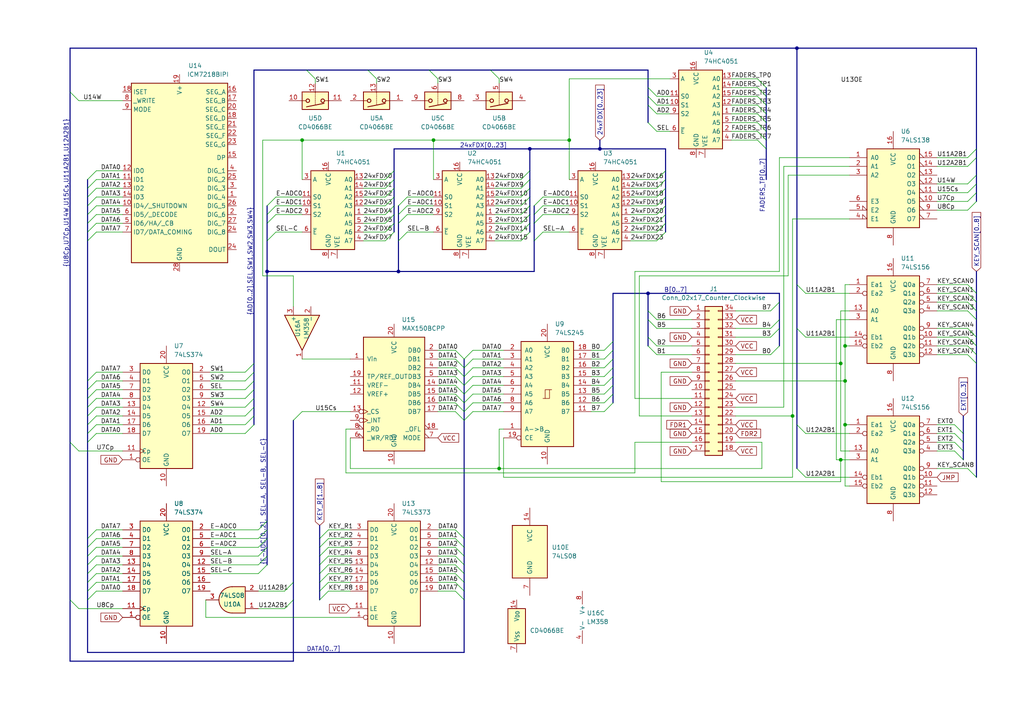
<source format=kicad_sch>
(kicad_sch (version 20230121) (generator eeschema)
  (paper "A4")
  (title_block (title "ETCExpress Control Surface"))
  (junction (at 245.11 123.19))
  (junction (at 125.73 40.64))
  (junction (at 187.96 85.09))
  (junction (at 115.57 78.74))
  (junction (at 87.63 40.64))
  (junction (at 245.11 100.33))
  (junction (at 77.47 78.74))
  (junction (at 243.84 105.41))
  (junction (at 243.84 133.35))
  (junction (at 245.11 110.49))
  (junction (at 173.99 43.18))
  (junction (at 165.1 40.64))
  (junction (at 153.67 43.18))
  (junction (at 231.14 13.97))
  (junction (at 144.78 135.89))
  (junction (at 229.87 120.65))
  (bus_entry (at 77.47 153.67) (size -2.54 2.54))
  (bus_entry (at 85.09 168.91) (size -2.54 2.54))
  (bus_entry (at 283.21 102.87) (size -2.54 -2.54))
  (bus_entry (at 25.4 128.27) (size 2.54 -2.54))
  (bus_entry (at 77.47 163.83) (size -2.54 2.54))
  (bus_entry (at 193.04 54.61) (size -2.54 2.54))
  (bus_entry (at 25.4 161.29) (size 2.54 -2.54))
  (bus_entry (at 231.14 95.25) (size 2.54 2.54))
  (bus_entry (at 177.8 114.3) (size -2.54 2.54))
  (bus_entry (at 25.4 123.19) (size 2.54 -2.54))
  (bus_entry (at 77.47 64.77) (size 2.54 -2.54))
  (bus_entry (at 73.66 120.65) (size -2.54 2.54))
  (bus_entry (at 25.4 171.45) (size 2.54 -2.54))
  (bus_entry (at 187.96 25.4) (size 2.54 2.54))
  (bus_entry (at 134.62 163.83) (size -2.54 -2.54))
  (bus_entry (at 25.4 54.61) (size 2.54 -2.54))
  (bus_entry (at 134.62 104.14) (size 2.54 -2.54))
  (bus_entry (at 114.3 52.07) (size -2.54 2.54))
  (bus_entry (at 25.4 62.23) (size 2.54 -2.54))
  (bus_entry (at 92.71 156.21) (size 2.54 -2.54))
  (bus_entry (at 187.96 97.79) (size 2.54 2.54))
  (bus_entry (at 134.62 109.22) (size -2.54 -2.54))
  (bus_entry (at 142.24 20.32) (size 2.54 2.54))
  (bus_entry (at 222.25 33.02) (size -2.54 -2.54))
  (bus_entry (at 193.04 57.15) (size -2.54 2.54))
  (bus_entry (at 20.32 128.27) (size 2.54 2.54))
  (bus_entry (at 222.25 43.18) (size -2.54 -2.54))
  (bus_entry (at 134.62 161.29) (size -2.54 -2.54))
  (bus_entry (at 114.3 62.23) (size -2.54 2.54))
  (bus_entry (at 283.21 97.79) (size -2.54 -2.54))
  (bus_entry (at 92.71 171.45) (size 2.54 -2.54))
  (bus_entry (at 134.62 114.3) (size -2.54 -2.54))
  (bus_entry (at 115.57 59.69) (size 2.54 -2.54))
  (bus_entry (at 187.96 27.94) (size 2.54 2.54))
  (bus_entry (at 153.67 62.23) (size -2.54 2.54))
  (bus_entry (at 92.71 168.91) (size 2.54 -2.54))
  (bus_entry (at 222.25 30.48) (size -2.54 -2.54))
  (bus_entry (at 25.4 110.49) (size 2.54 -2.54))
  (bus_entry (at 88.9 20.32) (size 2.54 2.54))
  (bus_entry (at 114.3 67.31) (size -2.54 2.54))
  (bus_entry (at 115.57 69.85) (size 2.54 -2.54))
  (bus_entry (at 134.62 158.75) (size -2.54 -2.54))
  (bus_entry (at 25.4 113.03) (size 2.54 -2.54))
  (bus_entry (at 25.4 59.69) (size 2.54 -2.54))
  (bus_entry (at 153.67 59.69) (size -2.54 2.54))
  (bus_entry (at 73.66 123.19) (size -2.54 2.54))
  (bus_entry (at 153.67 52.07) (size -2.54 2.54))
  (bus_entry (at 226.06 100.33) (size -2.54 2.54))
  (bus_entry (at 283.21 53.34) (size -2.54 2.54))
  (bus_entry (at 283.21 100.33) (size -2.54 -2.54))
  (bus_entry (at 25.4 156.21) (size 2.54 -2.54))
  (bus_entry (at 77.47 158.75) (size -2.54 2.54))
  (bus_entry (at 73.66 105.41) (size -2.54 2.54))
  (bus_entry (at 20.32 173.99) (size 2.54 2.54))
  (bus_entry (at 222.25 25.4) (size -2.54 -2.54))
  (bus_entry (at 193.04 67.31) (size -2.54 2.54))
  (bus_entry (at 114.3 64.77) (size -2.54 2.54))
  (bus_entry (at 77.47 59.69) (size 2.54 -2.54))
  (bus_entry (at 193.04 49.53) (size -2.54 2.54))
  (bus_entry (at 283.21 105.41) (size -2.54 -2.54))
  (bus_entry (at 134.62 168.91) (size -2.54 -2.54))
  (bus_entry (at 283.21 50.8) (size -2.54 2.54))
  (bus_entry (at 283.21 55.88) (size -2.54 2.54))
  (bus_entry (at 279.4 133.35) (size -2.54 -2.54))
  (bus_entry (at 153.67 49.53) (size -2.54 2.54))
  (bus_entry (at 114.3 49.53) (size -2.54 2.54))
  (bus_entry (at 226.06 92.71) (size -2.54 2.54))
  (bus_entry (at 231.14 82.55) (size 2.54 2.54))
  (bus_entry (at 177.8 111.76) (size -2.54 2.54))
  (bus_entry (at 283.21 138.43) (size -2.54 -2.54))
  (bus_entry (at 134.62 119.38) (size -2.54 -2.54))
  (bus_entry (at 134.62 173.99) (size -2.54 -2.54))
  (bus_entry (at 153.67 64.77) (size -2.54 2.54))
  (bus_entry (at 231.14 123.19) (size 2.54 2.54))
  (bus_entry (at 134.62 106.68) (size -2.54 -2.54))
  (bus_entry (at 25.4 168.91) (size 2.54 -2.54))
  (bus_entry (at 193.04 64.77) (size -2.54 2.54))
  (bus_entry (at 177.8 104.14) (size -2.54 2.54))
  (bus_entry (at 226.06 87.63) (size -2.54 2.54))
  (bus_entry (at 73.66 107.95) (size -2.54 2.54))
  (bus_entry (at 134.62 156.21) (size -2.54 -2.54))
  (bus_entry (at 134.62 104.14) (size -2.54 -2.54))
  (bus_entry (at 77.47 156.21) (size -2.54 2.54))
  (bus_entry (at 73.66 118.11) (size -2.54 2.54))
  (bus_entry (at 134.62 109.22) (size 2.54 -2.54))
  (bus_entry (at 283.21 92.71) (size -2.54 -2.54))
  (bus_entry (at 154.94 64.77) (size 2.54 -2.54))
  (bus_entry (at 154.94 59.69) (size 2.54 -2.54))
  (bus_entry (at 92.71 163.83) (size 2.54 -2.54))
  (bus_entry (at 92.71 161.29) (size 2.54 -2.54))
  (bus_entry (at 279.4 130.81) (size -2.54 -2.54))
  (bus_entry (at 187.96 35.56) (size 2.54 2.54))
  (bus_entry (at 106.68 20.32) (size 2.54 2.54))
  (bus_entry (at 193.04 62.23) (size -2.54 2.54))
  (bus_entry (at 154.94 62.23) (size 2.54 -2.54))
  (bus_entry (at 177.8 116.84) (size -2.54 2.54))
  (bus_entry (at 77.47 69.85) (size 2.54 -2.54))
  (bus_entry (at 115.57 62.23) (size 2.54 -2.54))
  (bus_entry (at 25.4 69.85) (size 2.54 -2.54))
  (bus_entry (at 25.4 120.65) (size 2.54 -2.54))
  (bus_entry (at 226.06 95.25) (size -2.54 2.54))
  (bus_entry (at 25.4 166.37) (size 2.54 -2.54))
  (bus_entry (at 153.67 54.61) (size -2.54 2.54))
  (bus_entry (at 124.46 20.32) (size 2.54 2.54))
  (bus_entry (at 222.25 40.64) (size -2.54 -2.54))
  (bus_entry (at 187.96 100.33) (size 2.54 2.54))
  (bus_entry (at 77.47 161.29) (size -2.54 2.54))
  (bus_entry (at 134.62 106.68) (size 2.54 -2.54))
  (bus_entry (at 283.21 45.72) (size -2.54 2.54))
  (bus_entry (at 187.96 30.48) (size 2.54 2.54))
  (bus_entry (at 134.62 166.37) (size -2.54 -2.54))
  (bus_entry (at 279.4 125.73) (size -2.54 -2.54))
  (bus_entry (at 134.62 119.38) (size 2.54 -2.54))
  (bus_entry (at 73.66 115.57) (size -2.54 2.54))
  (bus_entry (at 134.62 114.3) (size 2.54 -2.54))
  (bus_entry (at 193.04 52.07) (size -2.54 2.54))
  (bus_entry (at 25.4 158.75) (size 2.54 -2.54))
  (bus_entry (at 283.21 43.18) (size -2.54 2.54))
  (bus_entry (at 283.21 58.42) (size -2.54 2.54))
  (bus_entry (at 73.66 110.49) (size -2.54 2.54))
  (bus_entry (at 25.4 173.99) (size 2.54 -2.54))
  (bus_entry (at 134.62 111.76) (size 2.54 -2.54))
  (bus_entry (at 154.94 69.85) (size 2.54 -2.54))
  (bus_entry (at 177.8 101.6) (size -2.54 2.54))
  (bus_entry (at 222.25 27.94) (size -2.54 -2.54))
  (bus_entry (at 134.62 121.92) (size 2.54 -2.54))
  (bus_entry (at 134.62 171.45) (size -2.54 -2.54))
  (bus_entry (at 73.66 113.03) (size -2.54 2.54))
  (bus_entry (at 77.47 151.13) (size -2.54 2.54))
  (bus_entry (at 222.25 38.1) (size -2.54 -2.54))
  (bus_entry (at 222.25 35.56) (size -2.54 -2.54))
  (bus_entry (at 283.21 85.09) (size -2.54 -2.54))
  (bus_entry (at 25.4 67.31) (size 2.54 -2.54))
  (bus_entry (at 187.96 92.71) (size 2.54 2.54))
  (bus_entry (at 20.32 26.67) (size 2.54 2.54))
  (bus_entry (at 85.09 121.92) (size 2.54 -2.54))
  (bus_entry (at 25.4 57.15) (size 2.54 -2.54))
  (bus_entry (at 114.3 57.15) (size -2.54 2.54))
  (bus_entry (at 177.8 109.22) (size -2.54 2.54))
  (bus_entry (at 77.47 62.23) (size 2.54 -2.54))
  (bus_entry (at 115.57 64.77) (size 2.54 -2.54))
  (bus_entry (at 283.21 90.17) (size -2.54 -2.54))
  (bus_entry (at 283.21 87.63) (size -2.54 -2.54))
  (bus_entry (at 25.4 118.11) (size 2.54 -2.54))
  (bus_entry (at 25.4 115.57) (size 2.54 -2.54))
  (bus_entry (at 279.4 128.27) (size -2.54 -2.54))
  (bus_entry (at 25.4 125.73) (size 2.54 -2.54))
  (bus_entry (at 177.8 106.68) (size -2.54 2.54))
  (bus_entry (at 134.62 111.76) (size -2.54 -2.54))
  (bus_entry (at 134.62 116.84) (size -2.54 -2.54))
  (bus_entry (at 193.04 59.69) (size -2.54 2.54))
  (bus_entry (at 177.8 99.06) (size -2.54 2.54))
  (bus_entry (at 92.71 166.37) (size 2.54 -2.54))
  (bus_entry (at 92.71 158.75) (size 2.54 -2.54))
  (bus_entry (at 114.3 59.69) (size -2.54 2.54))
  (bus_entry (at 25.4 52.07) (size 2.54 -2.54))
  (bus_entry (at 25.4 163.83) (size 2.54 -2.54))
  (bus_entry (at 153.67 57.15) (size -2.54 2.54))
  (bus_entry (at 153.67 67.31) (size -2.54 2.54))
  (bus_entry (at 25.4 64.77) (size 2.54 -2.54))
  (bus_entry (at 187.96 90.17) (size 2.54 2.54))
  (bus_entry (at 114.3 54.61) (size -2.54 2.54))
  (bus_entry (at 231.14 135.89) (size 2.54 2.54))
  (bus_entry (at 92.71 173.99) (size 2.54 -2.54))
  (bus_entry (at 85.09 173.99) (size -2.54 2.54))
  (bus_entry (at 134.62 121.92) (size -2.54 -2.54))
  (bus_entry (at 134.62 116.84) (size 2.54 -2.54))
  (bus (pts (xy 85.09 121.92) (xy 85.09 168.91)))
  (wire (pts (xy 245.11 100.33) (xy 245.11 110.49)))
  (wire (pts (xy 146.05 138.43) (xy 146.05 127)))
  (bus (pts (xy 226.06 87.63) (xy 226.06 92.71)))
  (wire (pts (xy 245.11 123.19) (xy 246.38 123.19)))
  (wire (pts (xy 271.78 87.63) (xy 280.67 87.63)))
  (bus (pts (xy 25.4 120.65) (xy 25.4 123.19)))
  (bus (pts (xy 25.4 62.23) (xy 25.4 64.77)))
  (wire (pts (xy 80.01 62.23) (xy 87.63 62.23)))
  (wire (pts (xy 245.11 82.55) (xy 246.38 82.55)))
  (bus (pts (xy 193.04 49.53) (xy 193.04 52.07)))
  (wire (pts (xy 242.57 92.71) (xy 242.57 133.35)))
  (bus (pts (xy 177.8 101.6) (xy 177.8 104.14)))
  (wire (pts (xy 127 109.22) (xy 132.08 109.22)))
  (bus (pts (xy 114.3 52.07) (xy 114.3 49.53)))
  (wire (pts (xy 105.41 54.61) (xy 111.76 54.61)))
  (wire (pts (xy 157.48 62.23) (xy 165.1 62.23)))
  (wire (pts (xy 271.78 130.81) (xy 276.86 130.81)))
  (bus (pts (xy 187.96 90.17) (xy 187.96 92.71)))
  (wire (pts (xy 27.94 49.53) (xy 35.56 49.53)))
  (bus (pts (xy 25.4 123.19) (xy 25.4 125.73)))
  (bus (pts (xy 134.62 116.84) (xy 134.62 119.38)))
  (wire (pts (xy 60.96 113.03) (xy 71.12 113.03)))
  (wire (pts (xy 127 163.83) (xy 132.08 163.83)))
  (bus (pts (xy 279.4 128.27) (xy 279.4 130.81)))
  (bus (pts (xy 92.71 161.29) (xy 92.71 163.83)))
  (bus (pts (xy 177.8 111.76) (xy 177.8 114.3)))
  (wire (pts (xy 242.57 133.35) (xy 243.84 133.35)))
  (bus (pts (xy 25.4 110.49) (xy 25.4 113.03)))
  (bus (pts (xy 20.32 26.67) (xy 20.32 128.27)))
  (wire (pts (xy 87.63 40.64) (xy 87.63 52.07)))
  (wire (pts (xy 212.09 33.02) (xy 219.71 33.02)))
  (wire (pts (xy 245.11 100.33) (xy 246.38 100.33)))
  (wire (pts (xy 233.68 85.09) (xy 246.38 85.09)))
  (wire (pts (xy 137.16 114.3) (xy 146.05 114.3)))
  (wire (pts (xy 118.11 57.15) (xy 125.73 57.15)))
  (bus (pts (xy 115.57 78.74) (xy 154.94 78.74)))
  (wire (pts (xy 27.94 52.07) (xy 35.56 52.07)))
  (wire (pts (xy 27.94 57.15) (xy 35.56 57.15)))
  (wire (pts (xy 190.5 92.71) (xy 200.66 92.71)))
  (wire (pts (xy 109.22 22.86) (xy 109.22 24.13)))
  (wire (pts (xy 27.94 161.29) (xy 35.56 161.29)))
  (bus (pts (xy 20.32 191.77) (xy 85.09 191.77)))
  (bus (pts (xy 106.68 20.32) (xy 124.46 20.32)))
  (bus (pts (xy 177.8 106.68) (xy 177.8 109.22)))
  (bus (pts (xy 283.21 13.97) (xy 283.21 43.18)))
  (wire (pts (xy 271.78 55.88) (xy 280.67 55.88)))
  (bus (pts (xy 73.66 113.03) (xy 73.66 115.57)))
  (bus (pts (xy 114.3 59.69) (xy 114.3 57.15)))
  (bus (pts (xy 77.47 78.74) (xy 115.57 78.74)))
  (wire (pts (xy 229.87 63.5) (xy 229.87 120.65)))
  (wire (pts (xy 27.94 120.65) (xy 35.56 120.65)))
  (bus (pts (xy 154.94 64.77) (xy 154.94 69.85)))
  (bus (pts (xy 25.4 69.85) (xy 25.4 110.49)))
  (bus (pts (xy 283.21 97.79) (xy 283.21 100.33)))
  (wire (pts (xy 132.08 101.6) (xy 127 101.6)))
  (wire (pts (xy 60.96 125.73) (xy 71.12 125.73)))
  (wire (pts (xy 91.44 22.86) (xy 91.44 24.13)))
  (wire (pts (xy 60.96 153.67) (xy 74.93 153.67)))
  (bus (pts (xy 134.62 156.21) (xy 134.62 158.75)))
  (wire (pts (xy 59.69 173.99) (xy 59.69 179.07)))
  (wire (pts (xy 190.5 95.25) (xy 200.66 95.25)))
  (bus (pts (xy 177.8 99.06) (xy 177.8 101.6)))
  (bus (pts (xy 134.62 168.91) (xy 134.62 171.45)))
  (wire (pts (xy 171.45 101.6) (xy 175.26 101.6)))
  (wire (pts (xy 229.87 138.43) (xy 146.05 138.43)))
  (wire (pts (xy 76.2 40.64) (xy 76.2 80.01)))
  (bus (pts (xy 134.62 189.23) (xy 25.4 189.23)))
  (wire (pts (xy 185.42 120.65) (xy 185.42 80.01)))
  (wire (pts (xy 105.41 67.31) (xy 111.76 67.31)))
  (bus (pts (xy 92.71 158.75) (xy 92.71 161.29)))
  (wire (pts (xy 27.94 107.95) (xy 35.56 107.95)))
  (bus (pts (xy 187.96 85.09) (xy 226.06 85.09)))
  (wire (pts (xy 165.1 40.64) (xy 165.1 52.07)))
  (wire (pts (xy 212.09 25.4) (xy 219.71 25.4)))
  (bus (pts (xy 92.71 152.4) (xy 92.71 156.21)))
  (bus (pts (xy 283.21 102.87) (xy 283.21 105.41)))
  (wire (pts (xy 27.94 54.61) (xy 35.56 54.61)))
  (wire (pts (xy 227.33 48.26) (xy 246.38 48.26)))
  (wire (pts (xy 182.88 67.31) (xy 190.5 67.31)))
  (wire (pts (xy 144.78 124.46) (xy 146.05 124.46)))
  (wire (pts (xy 95.25 163.83) (xy 101.6 163.83)))
  (wire (pts (xy 271.78 60.96) (xy 280.67 60.96)))
  (bus (pts (xy 226.06 92.71) (xy 226.06 95.25)))
  (bus (pts (xy 283.21 58.42) (xy 283.21 55.88)))
  (bus (pts (xy 20.32 128.27) (xy 20.32 173.99)))
  (wire (pts (xy 87.63 119.38) (xy 101.6 119.38)))
  (wire (pts (xy 220.98 135.89) (xy 220.98 128.27)))
  (bus (pts (xy 115.57 64.77) (xy 115.57 69.85)))
  (wire (pts (xy 27.94 125.73) (xy 35.56 125.73)))
  (bus (pts (xy 20.32 13.97) (xy 231.14 13.97)))
  (bus (pts (xy 283.21 100.33) (xy 283.21 102.87)))
  (wire (pts (xy 22.86 176.53) (xy 35.56 176.53)))
  (wire (pts (xy 60.96 163.83) (xy 74.93 163.83)))
  (wire (pts (xy 243.84 133.35) (xy 243.84 139.7)))
  (wire (pts (xy 127 114.3) (xy 132.08 114.3)))
  (wire (pts (xy 127 171.45) (xy 132.08 171.45)))
  (bus (pts (xy 25.4 115.57) (xy 25.4 118.11)))
  (wire (pts (xy 228.6 50.8) (xy 228.6 80.01)))
  (bus (pts (xy 25.4 163.83) (xy 25.4 166.37)))
  (bus (pts (xy 25.4 59.69) (xy 25.4 62.23)))
  (bus (pts (xy 231.14 13.97) (xy 283.21 13.97)))
  (bus (pts (xy 134.62 166.37) (xy 134.62 168.91)))
  (wire (pts (xy 271.78 125.73) (xy 276.86 125.73)))
  (bus (pts (xy 177.8 109.22) (xy 177.8 111.76)))
  (wire (pts (xy 226.06 45.72) (xy 226.06 78.74)))
  (bus (pts (xy 173.99 43.18) (xy 193.04 43.18)))
  (wire (pts (xy 74.93 176.53) (xy 82.55 176.53)))
  (bus (pts (xy 153.67 52.07) (xy 153.67 54.61)))
  (wire (pts (xy 228.6 50.8) (xy 246.38 50.8)))
  (wire (pts (xy 60.96 110.49) (xy 71.12 110.49)))
  (wire (pts (xy 27.94 115.57) (xy 35.56 115.57)))
  (wire (pts (xy 125.73 40.64) (xy 165.1 40.64)))
  (bus (pts (xy 114.3 67.31) (xy 114.3 64.77)))
  (wire (pts (xy 245.11 110.49) (xy 245.11 123.19)))
  (bus (pts (xy 25.4 128.27) (xy 25.4 156.21)))
  (wire (pts (xy 27.94 123.19) (xy 35.56 123.19)))
  (bus (pts (xy 115.57 59.69) (xy 115.57 62.23)))
  (wire (pts (xy 27.94 113.03) (xy 35.56 113.03)))
  (bus (pts (xy 77.47 156.21) (xy 77.47 158.75)))
  (wire (pts (xy 137.16 119.38) (xy 146.05 119.38)))
  (wire (pts (xy 127 119.38) (xy 132.08 119.38)))
  (bus (pts (xy 222.25 40.64) (xy 222.25 43.18)))
  (bus (pts (xy 114.3 43.18) (xy 153.67 43.18)))
  (wire (pts (xy 171.45 111.76) (xy 175.26 111.76)))
  (wire (pts (xy 165.1 22.86) (xy 165.1 40.64)))
  (bus (pts (xy 283.21 105.41) (xy 283.21 138.43)))
  (wire (pts (xy 182.88 69.85) (xy 190.5 69.85)))
  (bus (pts (xy 20.32 173.99) (xy 20.32 191.77)))
  (wire (pts (xy 190.5 38.1) (xy 194.31 38.1)))
  (wire (pts (xy 100.33 137.16) (xy 184.15 137.16)))
  (wire (pts (xy 190.5 102.87) (xy 200.66 102.87)))
  (bus (pts (xy 231.14 123.19) (xy 231.14 135.89)))
  (wire (pts (xy 27.94 168.91) (xy 35.56 168.91)))
  (wire (pts (xy 243.84 90.17) (xy 246.38 90.17)))
  (bus (pts (xy 279.4 120.65) (xy 279.4 125.73)))
  (wire (pts (xy 233.68 138.43) (xy 246.38 138.43)))
  (wire (pts (xy 143.51 57.15) (xy 151.13 57.15)))
  (bus (pts (xy 153.67 54.61) (xy 153.67 57.15)))
  (bus (pts (xy 114.3 64.77) (xy 114.3 62.23)))
  (bus (pts (xy 193.04 43.18) (xy 193.04 49.53)))
  (wire (pts (xy 87.63 104.14) (xy 101.6 104.14)))
  (bus (pts (xy 134.62 104.14) (xy 134.62 106.68)))
  (bus (pts (xy 222.25 27.94) (xy 222.25 30.48)))
  (bus (pts (xy 134.62 119.38) (xy 134.62 121.92)))
  (wire (pts (xy 105.41 62.23) (xy 111.76 62.23)))
  (wire (pts (xy 212.09 22.86) (xy 219.71 22.86)))
  (wire (pts (xy 127 22.86) (xy 127 24.13)))
  (wire (pts (xy 243.84 139.7) (xy 191.77 139.7)))
  (wire (pts (xy 212.09 38.1) (xy 219.71 38.1)))
  (wire (pts (xy 143.51 54.61) (xy 151.13 54.61)))
  (bus (pts (xy 77.47 62.23) (xy 77.47 64.77)))
  (wire (pts (xy 271.78 90.17) (xy 280.67 90.17)))
  (wire (pts (xy 184.15 78.74) (xy 226.06 78.74)))
  (bus (pts (xy 77.47 69.85) (xy 77.47 78.74)))
  (wire (pts (xy 243.84 90.17) (xy 243.84 105.41)))
  (wire (pts (xy 118.11 62.23) (xy 125.73 62.23)))
  (bus (pts (xy 222.25 25.4) (xy 222.25 27.94)))
  (bus (pts (xy 134.62 171.45) (xy 134.62 173.99)))
  (bus (pts (xy 73.66 110.49) (xy 73.66 113.03)))
  (bus (pts (xy 177.8 85.09) (xy 187.96 85.09)))
  (bus (pts (xy 283.21 85.09) (xy 283.21 87.63)))
  (wire (pts (xy 127 153.67) (xy 132.08 153.67)))
  (wire (pts (xy 27.94 153.67) (xy 35.56 153.67)))
  (wire (pts (xy 157.48 59.69) (xy 165.1 59.69)))
  (wire (pts (xy 22.86 130.81) (xy 35.56 130.81)))
  (wire (pts (xy 60.96 123.19) (xy 71.12 123.19)))
  (bus (pts (xy 154.94 59.69) (xy 154.94 62.23)))
  (wire (pts (xy 127 111.76) (xy 132.08 111.76)))
  (wire (pts (xy 182.88 64.77) (xy 190.5 64.77)))
  (wire (pts (xy 184.15 128.27) (xy 200.66 128.27)))
  (bus (pts (xy 134.62 114.3) (xy 134.62 116.84)))
  (bus (pts (xy 153.67 43.18) (xy 173.99 43.18)))
  (wire (pts (xy 105.41 52.07) (xy 111.76 52.07)))
  (wire (pts (xy 182.88 59.69) (xy 190.5 59.69)))
  (wire (pts (xy 80.01 59.69) (xy 87.63 59.69)))
  (wire (pts (xy 80.01 67.31) (xy 87.63 67.31)))
  (bus (pts (xy 231.14 13.97) (xy 231.14 82.55)))
  (wire (pts (xy 185.42 80.01) (xy 228.6 80.01)))
  (bus (pts (xy 187.96 30.48) (xy 187.96 35.56)))
  (bus (pts (xy 77.47 161.29) (xy 77.47 163.83)))
  (bus (pts (xy 283.21 50.8) (xy 283.21 45.72)))
  (wire (pts (xy 137.16 111.76) (xy 146.05 111.76)))
  (wire (pts (xy 157.48 57.15) (xy 165.1 57.15)))
  (bus (pts (xy 25.4 52.07) (xy 25.4 54.61)))
  (bus (pts (xy 124.46 20.32) (xy 142.24 20.32)))
  (bus (pts (xy 193.04 57.15) (xy 193.04 59.69)))
  (bus (pts (xy 142.24 20.32) (xy 187.96 20.32)))
  (wire (pts (xy 105.41 69.85) (xy 111.76 69.85)))
  (bus (pts (xy 25.4 168.91) (xy 25.4 171.45)))
  (bus (pts (xy 73.66 107.95) (xy 73.66 110.49)))
  (wire (pts (xy 60.96 107.95) (xy 71.12 107.95)))
  (bus (pts (xy 115.57 62.23) (xy 115.57 64.77)))
  (bus (pts (xy 77.47 156.21) (xy 77.47 153.67)))
  (wire (pts (xy 101.6 127) (xy 101.6 135.89)))
  (bus (pts (xy 231.14 95.25) (xy 231.14 123.19)))
  (bus (pts (xy 222.25 38.1) (xy 222.25 40.64)))
  (wire (pts (xy 242.57 92.71) (xy 246.38 92.71)))
  (bus (pts (xy 177.8 114.3) (xy 177.8 116.84)))
  (wire (pts (xy 85.09 80.01) (xy 85.09 88.9)))
  (wire (pts (xy 60.96 118.11) (xy 71.12 118.11)))
  (bus (pts (xy 114.3 62.23) (xy 114.3 59.69)))
  (bus (pts (xy 25.4 67.31) (xy 25.4 69.85)))
  (wire (pts (xy 243.84 105.41) (xy 243.84 130.81)))
  (wire (pts (xy 127 106.68) (xy 132.08 106.68)))
  (wire (pts (xy 212.09 35.56) (xy 219.71 35.56)))
  (wire (pts (xy 213.36 110.49) (xy 245.11 110.49)))
  (wire (pts (xy 80.01 57.15) (xy 87.63 57.15)))
  (wire (pts (xy 190.5 30.48) (xy 194.31 30.48)))
  (bus (pts (xy 92.71 171.45) (xy 92.71 173.99)))
  (wire (pts (xy 213.36 120.65) (xy 229.87 120.65)))
  (wire (pts (xy 233.68 97.79) (xy 246.38 97.79)))
  (bus (pts (xy 114.3 49.53) (xy 114.3 43.18)))
  (wire (pts (xy 144.78 135.89) (xy 220.98 135.89)))
  (wire (pts (xy 127 168.91) (xy 132.08 168.91)))
  (wire (pts (xy 143.51 62.23) (xy 151.13 62.23)))
  (wire (pts (xy 243.84 130.81) (xy 246.38 130.81)))
  (bus (pts (xy 134.62 111.76) (xy 134.62 114.3)))
  (bus (pts (xy 92.71 156.21) (xy 92.71 158.75)))
  (bus (pts (xy 25.4 173.99) (xy 25.4 189.23)))
  (bus (pts (xy 85.09 173.99) (xy 85.09 191.77)))
  (wire (pts (xy 76.2 80.01) (xy 85.09 80.01)))
  (wire (pts (xy 22.86 29.21) (xy 35.56 29.21)))
  (wire (pts (xy 271.78 97.79) (xy 280.67 97.79)))
  (wire (pts (xy 213.36 118.11) (xy 227.33 118.11)))
  (bus (pts (xy 25.4 54.61) (xy 25.4 57.15)))
  (bus (pts (xy 283.21 90.17) (xy 283.21 92.71)))
  (wire (pts (xy 212.09 40.64) (xy 219.71 40.64)))
  (bus (pts (xy 222.25 35.56) (xy 222.25 38.1)))
  (bus (pts (xy 73.66 120.65) (xy 73.66 123.19)))
  (wire (pts (xy 60.96 161.29) (xy 74.93 161.29)))
  (wire (pts (xy 157.48 67.31) (xy 165.1 67.31)))
  (bus (pts (xy 153.67 64.77) (xy 153.67 67.31)))
  (bus (pts (xy 20.32 13.97) (xy 20.32 26.67)))
  (wire (pts (xy 137.16 104.14) (xy 146.05 104.14)))
  (wire (pts (xy 226.06 45.72) (xy 246.38 45.72)))
  (wire (pts (xy 27.94 156.21) (xy 35.56 156.21)))
  (wire (pts (xy 125.73 40.64) (xy 87.63 40.64)))
  (wire (pts (xy 95.25 153.67) (xy 101.6 153.67)))
  (bus (pts (xy 25.4 158.75) (xy 25.4 161.29)))
  (bus (pts (xy 193.04 59.69) (xy 193.04 62.23)))
  (wire (pts (xy 27.94 64.77) (xy 35.56 64.77)))
  (bus (pts (xy 92.71 166.37) (xy 92.71 168.91)))
  (bus (pts (xy 25.4 125.73) (xy 25.4 128.27)))
  (bus (pts (xy 279.4 130.81) (xy 279.4 133.35)))
  (bus (pts (xy 283.21 92.71) (xy 283.21 97.79)))
  (wire (pts (xy 271.78 82.55) (xy 280.67 82.55)))
  (bus (pts (xy 114.3 57.15) (xy 114.3 54.61)))
  (bus (pts (xy 73.66 20.32) (xy 88.9 20.32)))
  (bus (pts (xy 193.04 62.23) (xy 193.04 64.77)))
  (bus (pts (xy 134.62 161.29) (xy 134.62 163.83)))
  (bus (pts (xy 153.67 59.69) (xy 153.67 62.23)))
  (bus (pts (xy 226.06 85.09) (xy 226.06 87.63)))
  (wire (pts (xy 127 156.21) (xy 132.08 156.21)))
  (bus (pts (xy 25.4 57.15) (xy 25.4 59.69)))
  (wire (pts (xy 213.36 102.87) (xy 223.52 102.87)))
  (bus (pts (xy 77.47 158.75) (xy 77.47 161.29)))
  (bus (pts (xy 77.47 59.69) (xy 77.47 62.23)))
  (wire (pts (xy 127 104.14) (xy 132.08 104.14)))
  (bus (pts (xy 187.96 85.09) (xy 187.96 90.17)))
  (wire (pts (xy 194.31 22.86) (xy 165.1 22.86)))
  (wire (pts (xy 27.94 67.31) (xy 35.56 67.31)))
  (wire (pts (xy 105.41 57.15) (xy 111.76 57.15)))
  (wire (pts (xy 271.78 95.25) (xy 280.67 95.25)))
  (bus (pts (xy 283.21 45.72) (xy 283.21 43.18)))
  (wire (pts (xy 143.51 59.69) (xy 151.13 59.69)))
  (wire (pts (xy 271.78 100.33) (xy 280.67 100.33)))
  (bus (pts (xy 153.67 43.18) (xy 153.67 49.53)))
  (bus (pts (xy 134.62 163.83) (xy 134.62 166.37)))
  (bus (pts (xy 25.4 118.11) (xy 25.4 120.65)))
  (bus (pts (xy 134.62 173.99) (xy 134.62 189.23)))
  (bus (pts (xy 187.96 92.71) (xy 187.96 97.79)))
  (wire (pts (xy 105.41 59.69) (xy 111.76 59.69)))
  (bus (pts (xy 73.66 118.11) (xy 73.66 120.65)))
  (wire (pts (xy 271.78 102.87) (xy 280.67 102.87)))
  (wire (pts (xy 213.36 97.79) (xy 223.52 97.79)))
  (wire (pts (xy 27.94 158.75) (xy 35.56 158.75)))
  (wire (pts (xy 227.33 118.11) (xy 227.33 48.26)))
  (wire (pts (xy 105.41 64.77) (xy 111.76 64.77)))
  (bus (pts (xy 115.57 69.85) (xy 115.57 78.74)))
  (wire (pts (xy 184.15 137.16) (xy 184.15 128.27)))
  (wire (pts (xy 27.94 171.45) (xy 35.56 171.45)))
  (wire (pts (xy 233.68 125.73) (xy 246.38 125.73)))
  (bus (pts (xy 187.96 20.32) (xy 187.96 25.4)))
  (bus (pts (xy 222.25 30.48) (xy 222.25 33.02)))
  (wire (pts (xy 137.16 106.68) (xy 146.05 106.68)))
  (wire (pts (xy 229.87 63.5) (xy 246.38 63.5)))
  (bus (pts (xy 77.47 153.67) (xy 77.47 151.13)))
  (bus (pts (xy 25.4 161.29) (xy 25.4 163.83)))
  (wire (pts (xy 143.51 69.85) (xy 151.13 69.85)))
  (wire (pts (xy 95.25 171.45) (xy 101.6 171.45)))
  (wire (pts (xy 191.77 107.95) (xy 191.77 139.7)))
  (bus (pts (xy 153.67 62.23) (xy 153.67 64.77)))
  (wire (pts (xy 245.11 82.55) (xy 245.11 100.33)))
  (wire (pts (xy 220.98 128.27) (xy 213.36 128.27)))
  (wire (pts (xy 101.6 135.89) (xy 144.78 135.89)))
  (wire (pts (xy 27.94 163.83) (xy 35.56 163.83)))
  (bus (pts (xy 85.09 168.91) (xy 85.09 173.99)))
  (wire (pts (xy 191.77 107.95) (xy 200.66 107.95)))
  (bus (pts (xy 114.3 54.61) (xy 114.3 52.07)))
  (wire (pts (xy 171.45 104.14) (xy 175.26 104.14)))
  (bus (pts (xy 173.99 40.64) (xy 173.99 43.18)))
  (wire (pts (xy 182.88 62.23) (xy 190.5 62.23)))
  (wire (pts (xy 60.96 115.57) (xy 71.12 115.57)))
  (wire (pts (xy 27.94 166.37) (xy 35.56 166.37)))
  (bus (pts (xy 187.96 97.79) (xy 187.96 100.33)))
  (wire (pts (xy 127 166.37) (xy 132.08 166.37)))
  (bus (pts (xy 187.96 25.4) (xy 187.96 27.94)))
  (bus (pts (xy 154.94 69.85) (xy 154.94 78.74)))
  (wire (pts (xy 100.33 124.46) (xy 100.33 137.16)))
  (bus (pts (xy 25.4 166.37) (xy 25.4 168.91)))
  (bus (pts (xy 92.71 163.83) (xy 92.71 166.37)))
  (wire (pts (xy 245.11 123.19) (xy 245.11 140.97)))
  (wire (pts (xy 184.15 115.57) (xy 184.15 78.74)))
  (wire (pts (xy 143.51 67.31) (xy 151.13 67.31)))
  (wire (pts (xy 27.94 110.49) (xy 35.56 110.49)))
  (bus (pts (xy 73.66 105.41) (xy 73.66 107.95)))
  (wire (pts (xy 118.11 59.69) (xy 125.73 59.69)))
  (wire (pts (xy 271.78 123.19) (xy 276.86 123.19)))
  (bus (pts (xy 73.66 20.32) (xy 73.66 105.41)))
  (wire (pts (xy 213.36 95.25) (xy 223.52 95.25)))
  (wire (pts (xy 144.78 22.86) (xy 144.78 24.13)))
  (wire (pts (xy 213.36 105.41) (xy 243.84 105.41)))
  (bus (pts (xy 279.4 125.73) (xy 279.4 128.27)))
  (wire (pts (xy 200.66 115.57) (xy 184.15 115.57)))
  (bus (pts (xy 283.21 53.34) (xy 283.21 50.8)))
  (wire (pts (xy 212.09 27.94) (xy 219.71 27.94)))
  (bus (pts (xy 134.62 121.92) (xy 134.62 156.21)))
  (wire (pts (xy 171.45 106.68) (xy 175.26 106.68)))
  (wire (pts (xy 182.88 57.15) (xy 190.5 57.15)))
  (wire (pts (xy 118.11 67.31) (xy 125.73 67.31)))
  (wire (pts (xy 60.96 166.37) (xy 74.93 166.37)))
  (wire (pts (xy 27.94 59.69) (xy 35.56 59.69)))
  (wire (pts (xy 60.96 158.75) (xy 74.93 158.75)))
  (bus (pts (xy 134.62 109.22) (xy 134.62 111.76)))
  (wire (pts (xy 74.93 171.45) (xy 82.55 171.45)))
  (wire (pts (xy 137.16 101.6) (xy 146.05 101.6)))
  (wire (pts (xy 127 161.29) (xy 132.08 161.29)))
  (wire (pts (xy 127 116.84) (xy 132.08 116.84)))
  (bus (pts (xy 77.47 78.74) (xy 77.47 151.13)))
  (wire (pts (xy 243.84 133.35) (xy 246.38 133.35)))
  (bus (pts (xy 92.71 168.91) (xy 92.71 171.45)))
  (wire (pts (xy 271.78 85.09) (xy 280.67 85.09)))
  (wire (pts (xy 182.88 54.61) (xy 190.5 54.61)))
  (wire (pts (xy 60.96 156.21) (xy 74.93 156.21)))
  (bus (pts (xy 88.9 20.32) (xy 106.68 20.32)))
  (wire (pts (xy 27.94 118.11) (xy 35.56 118.11)))
  (wire (pts (xy 271.78 128.27) (xy 276.86 128.27)))
  (bus (pts (xy 25.4 156.21) (xy 25.4 158.75)))
  (bus (pts (xy 193.04 54.61) (xy 193.04 57.15)))
  (wire (pts (xy 27.94 62.23) (xy 35.56 62.23)))
  (wire (pts (xy 125.73 52.07) (xy 125.73 40.64)))
  (wire (pts (xy 271.78 135.89) (xy 280.67 135.89)))
  (wire (pts (xy 95.25 156.21) (xy 101.6 156.21)))
  (bus (pts (xy 73.66 115.57) (xy 73.66 118.11)))
  (wire (pts (xy 212.09 30.48) (xy 219.71 30.48)))
  (wire (pts (xy 87.63 40.64) (xy 76.2 40.64)))
  (wire (pts (xy 271.78 48.26) (xy 280.67 48.26)))
  (wire (pts (xy 171.45 119.38) (xy 175.26 119.38)))
  (wire (pts (xy 144.78 124.46) (xy 144.78 135.89)))
  (wire (pts (xy 271.78 58.42) (xy 280.67 58.42)))
  (wire (pts (xy 60.96 120.65) (xy 71.12 120.65)))
  (wire (pts (xy 143.51 52.07) (xy 151.13 52.07)))
  (wire (pts (xy 229.87 120.65) (xy 229.87 138.43)))
  (wire (pts (xy 95.25 158.75) (xy 101.6 158.75)))
  (bus (pts (xy 153.67 49.53) (xy 153.67 52.07)))
  (bus (pts (xy 193.04 64.77) (xy 193.04 67.31)))
  (bus (pts (xy 283.21 78.74) (xy 283.21 85.09)))
  (bus (pts (xy 226.06 95.25) (xy 226.06 100.33)))
  (bus (pts (xy 283.21 87.63) (xy 283.21 90.17)))
  (bus (pts (xy 187.96 27.94) (xy 187.96 30.48)))
  (wire (pts (xy 95.25 166.37) (xy 101.6 166.37)))
  (bus (pts (xy 222.25 33.02) (xy 222.25 35.56)))
  (wire (pts (xy 137.16 109.22) (xy 146.05 109.22)))
  (bus (pts (xy 222.25 43.18) (xy 222.25 52.07)))
  (wire (pts (xy 143.51 64.77) (xy 151.13 64.77)))
  (bus (pts (xy 25.4 113.03) (xy 25.4 115.57)))
  (bus (pts (xy 153.67 57.15) (xy 153.67 59.69)))
  (wire (pts (xy 271.78 45.72) (xy 280.67 45.72)))
  (wire (pts (xy 190.5 33.02) (xy 194.31 33.02)))
  (wire (pts (xy 190.5 27.94) (xy 194.31 27.94)))
  (wire (pts (xy 171.45 109.22) (xy 175.26 109.22)))
  (bus (pts (xy 177.8 104.14) (xy 177.8 106.68)))
  (wire (pts (xy 271.78 53.34) (xy 280.67 53.34)))
  (bus (pts (xy 231.14 82.55) (xy 231.14 95.25)))
  (wire (pts (xy 137.16 116.84) (xy 146.05 116.84)))
  (wire (pts (xy 190.5 100.33) (xy 200.66 100.33)))
  (wire (pts (xy 171.45 114.3) (xy 175.26 114.3)))
  (bus (pts (xy 134.62 158.75) (xy 134.62 161.29)))
  (wire (pts (xy 127 158.75) (xy 132.08 158.75)))
  (bus (pts (xy 134.62 106.68) (xy 134.62 109.22)))
  (bus (pts (xy 283.21 55.88) (xy 283.21 53.34)))
  (wire (pts (xy 101.6 124.46) (xy 100.33 124.46)))
  (wire (pts (xy 200.66 120.65) (xy 185.42 120.65)))
  (wire (pts (xy 182.88 52.07) (xy 190.5 52.07)))
  (bus (pts (xy 177.8 85.09) (xy 177.8 99.06)))
  (wire (pts (xy 213.36 90.17) (xy 223.52 90.17)))
  (wire (pts (xy 245.11 140.97) (xy 246.38 140.97)))
  (bus (pts (xy 154.94 62.23) (xy 154.94 64.77)))
  (bus (pts (xy 77.47 64.77) (xy 77.47 69.85)))
  (wire (pts (xy 171.45 116.84) (xy 175.26 116.84)))
  (wire (pts (xy 95.25 161.29) (xy 101.6 161.29)))
  (bus (pts (xy 25.4 64.77) (xy 25.4 67.31)))
  (bus (pts (xy 193.04 52.07) (xy 193.04 54.61)))
  (wire (pts (xy 59.69 179.07) (xy 101.6 179.07)))
  (wire (pts (xy 95.25 168.91) (xy 101.6 168.91)))
  (bus (pts (xy 25.4 171.45) (xy 25.4 173.99)))
  (label "24xFDX[0..23]" (at 133.35 43.18 0))
  (label "24xFDX6" (at 105.41 67.31 0))
  (label "DATA7" (at 29.21 153.67 0))
  (label "U13OE" (at 243.84 24.13 0))
  (label "U11A2B1" (at 74.93 171.45 0))
  (label "SEL" (at 190.5 38.1 0))
  (label "U7Cp" (at 271.78 58.42 0))
  (label "E-ADC0" (at 80.01 57.15 0))
  (label "DATA7" (at 29.21 107.95 0))
  (label "B2" (at 190.5 100.33 0))
  (label "DATA6" (at 29.21 156.21 0))
  (label "U12A2B1" (at 233.68 138.43 0))
  (label "U12A2B1" (at 74.93 176.53 0))
  (label "U11A2B1" (at 271.78 45.72 0))
  (label "DATA4" (at 127 163.83 0))
  (label "24xFDX15" (at 143.51 69.85 0))
  (label "24xFDX20" (at 182.88 62.23 0))
  (label "KEY_SCAN4" (at 271.78 95.25 0))
  (label "B7" (at 171.45 119.38 0))
  (label "B5" (at 190.5 95.25 0))
  (label "AD1" (at 60.96 123.19 0))
  (label "DATA3" (at 29.21 118.11 0))
  (label "KEY_R3" (at 95.25 158.75 0))
  (label "DATA0" (at 29.21 125.73 0))
  (label "DATA4" (at 127 111.76 0))
  (label "DATA0" (at 29.21 171.45 0))
  (label "DATA5" (at 139.7 114.3 0))
  (label "SEL-C" (at 60.96 166.37 0))
  (label "24xFDX8" (at 143.51 52.07 0))
  (label "24xFDX19" (at 182.88 59.69 0))
  (label "E-ADC2" (at 60.96 158.75 0))
  (label "24xFDX11" (at 143.51 59.69 0))
  (label "EXT0" (at 271.78 123.19 0))
  (label "E-ADC0" (at 118.11 57.15 0))
  (label "DATA2" (at 29.21 166.37 0))
  (label "U14W" (at 271.78 53.34 0))
  (label "KEY_SCAN0" (at 271.78 82.55 0))
  (label "DATA6" (at 29.21 110.49 0))
  (label "U14W" (at 24.13 29.21 0))
  (label "SW2" (at 60.96 110.49 0))
  (label "B3" (at 220.98 97.79 0))
  (label "E-ADC0" (at 60.96 153.67 0))
  (label "KEY_R7" (at 95.25 168.91 0))
  (label "24xFDX3" (at 105.41 59.69 0))
  (label "DATA7" (at 29.21 67.31 0))
  (label "B[0..7]" (at 199.39 85.09 180))
  (label "24xFDX12" (at 143.51 62.23 0))
  (label "AD1" (at 190.5 30.48 0))
  (label "SEL-B" (at 118.11 67.31 0))
  (label "DATA7" (at 139.7 119.38 0))
  (label "FADERS_TP7" (at 212.09 40.64 0))
  (label "SW4" (at 144.78 24.13 0))
  (label "DATA0" (at 29.21 49.53 0))
  (label "AD0" (at 60.96 125.73 0))
  (label "U12A2B1" (at 271.78 48.26 0))
  (label "DATA6" (at 29.21 64.77 0))
  (label "DATA2" (at 139.7 106.68 0))
  (label "DATA5" (at 29.21 113.03 0))
  (label "KEY_SCAN8" (at 271.78 135.89 0))
  (label "B5" (at 171.45 114.3 0))
  (label "DATA0" (at 127 153.67 0))
  (label "KEY_SCAN7" (at 271.78 102.87 0))
  (label "E-ADC2" (at 157.48 62.23 0))
  (label "24xFDX5" (at 105.41 64.77 0))
  (label "KEY_R6" (at 95.25 166.37 0))
  (label "24xFDX14" (at 143.51 67.31 0))
  (label "KEY_R1" (at 95.25 153.67 0))
  (label "DATA2" (at 127 158.75 0))
  (label "E-ADC1" (at 118.11 59.69 0))
  (label "B0" (at 220.98 102.87 0))
  (label "24xFDX17" (at 182.88 54.61 0))
  (label "FADERS_TP2" (at 212.09 27.94 0))
  (label "SW1" (at 60.96 107.95 0))
  (label "E-ADC2" (at 80.01 62.23 0))
  (label "U12A2B1" (at 233.68 125.73 0))
  (label "B1" (at 171.45 104.14 0))
  (label "24xFDX13" (at 143.51 64.77 0))
  (label "EXT2" (at 271.78 128.27 0))
  (label "DATA4" (at 29.21 115.57 0))
  (label "DATA3" (at 139.7 109.22 0))
  (label "DATA6" (at 127 168.91 0))
  (label "DATA2" (at 29.21 54.61 0))
  (label "B4" (at 171.45 111.76 0))
  (label "DATA1" (at 127 104.14 0))
  (label "U8Cp" (at 27.94 176.53 0))
  (label "DATA7" (at 127 171.45 0))
  (label "FADERS_TP5" (at 212.09 35.56 0))
  (label "SW4" (at 60.96 118.11 0))
  (label "SEL" (at 60.96 113.03 0))
  (label "U11A2B1" (at 233.68 97.79 0))
  (label "KEY_R2" (at 95.25 156.21 0))
  (label "SEL-A" (at 60.96 161.29 0))
  (label "DATA3" (at 29.21 57.15 0))
  (label "KEY_SCAN3" (at 271.78 90.17 0))
  (label "DATA1" (at 29.21 123.19 0))
  (label "DATA0" (at 127 101.6 0))
  (label "DATA4" (at 29.21 161.29 0))
  (label "EXT1" (at 271.78 125.73 0))
  (label "DATA5" (at 127 114.3 0))
  (label "{U8Cp,U7Cp,U14W,U15Cs,U11A2B1,U12A2B1}" (at 20.32 77.47 90))
  (label "SW1" (at 91.44 24.13 0))
  (label "B4" (at 220.98 95.25 0))
  (label "E-ADC1" (at 157.48 59.69 0))
  (label "KEY_R5" (at 95.25 163.83 0))
  (label "B7" (at 220.98 90.17 0))
  (label "E-ADC2" (at 118.11 62.23 0))
  (label "24xFDX2" (at 105.41 57.15 0))
  (label "SW2" (at 109.22 24.13 0))
  (label "DATA1" (at 29.21 168.91 0))
  (label "DATA6" (at 127 116.84 0))
  (label "FADERS_TP3" (at 212.09 30.48 0))
  (label "FADERS_TP0" (at 212.09 22.86 0))
  (label "AD2" (at 60.96 120.65 0))
  (label "FADERS_TP4" (at 212.09 33.02 0))
  (label "{AD[0..2],SEL,SW1,SW2,SW3,SW4}" (at 73.66 91.44 90))
  (label "E-ADC0" (at 157.48 57.15 0))
  (label "U11A2B1" (at 233.68 85.09 0))
  (label "DATA5" (at 127 166.37 0))
  (label "SW3" (at 60.96 115.57 0))
  (label "B1" (at 190.5 102.87 0))
  (label "24xFDX21" (at 182.88 64.77 0))
  (label "DATA4" (at 139.7 111.76 0))
  (label "DATA2" (at 29.21 120.65 0))
  (label "U7Cp" (at 27.94 130.81 0))
  (label "KEY_SCAN5" (at 271.78 97.79 0))
  (label "KEY_SCAN6" (at 271.78 100.33 0))
  (label "AD2" (at 190.5 33.02 0))
  (label "DATA6" (at 139.7 116.84 0))
  (label "SEL-A" (at 157.48 67.31 0))
  (label "DATA0" (at 139.7 101.6 0))
  (label "DATA1" (at 29.21 52.07 0))
  (label "DATA1" (at 139.7 104.14 0))
  (label "DATA5" (at 29.21 62.23 0))
  (label "DATA4" (at 29.21 59.69 0))
  (label "SEL-B" (at 60.96 163.83 0))
  (label "DATA7" (at 127 119.38 0))
  (label "24xFDX22" (at 182.88 67.31 0))
  (label "B3" (at 171.45 109.22 0))
  (label "KEY_R4" (at 95.25 161.29 0))
  (label "24xFDX10" (at 143.51 57.15 0))
  (label "24xFDX0" (at 105.41 52.07 0))
  (label "E-ADC1" (at 60.96 156.21 0))
  (label "DATA5" (at 29.21 158.75 0))
  (label "DATA2" (at 127 106.68 0))
  (label "{E-ADC[0..2], SEL-A, SEL-B, SEL-C}" (at 77.47 127 270))
  (label "24xFDX9" (at 143.51 54.61 0))
  (label "DATA3" (at 29.21 163.83 0))
  (label "KEY_SCAN2" (at 271.78 87.63 0))
  (label "E-ADC1" (at 80.01 59.69 0))
  (label "EXT3" (at 271.78 130.81 0))
  (label "DATA3" (at 127 109.22 0))
  (label "U8Cp" (at 271.78 60.96 0))
  (label "KEY_R8" (at 95.25 171.45 0))
  (label "B2" (at 171.45 106.68 0))
  (label "B0" (at 171.45 101.6 0))
  (label "U15Cs" (at 91.44 119.38 0))
  (label "24xFDX4" (at 105.41 62.23 0))
  (label "24xFDX18" (at 182.88 57.15 0))
  (label "DATA[0..7]" (at 88.9 189.23 0))
  (label "24xFDX7" (at 105.41 69.85 0))
  (label "DATA1" (at 127 156.21 0))
  (label "B6" (at 171.45 116.84 0))
  (label "FADERS_TP[0..7]" (at 222.25 45.72 270))
  (label "KEY_SCAN1" (at 271.78 85.09 0))
  (label "B6" (at 190.5 92.71 0))
  (label "SW3" (at 127 24.13 0))
  (label "FADERS_TP6" (at 212.09 38.1 0))
  (label "FADERS_TP1" (at 212.09 25.4 0))
  (label "24xFDX1" (at 105.41 54.61 0))
  (label "24xFDX16" (at 182.88 52.07 0))
  (label "24xFDX23" (at 182.88 69.85 0))
  (label "AD0" (at 190.5 27.94 0))
  (label "DATA3" (at 127 161.29 0))
  (label "SEL-C" (at 80.01 67.31 0))
  (label "U15Cs" (at 271.78 55.88 0))
  (global_label "KEY_SCAN[0..8]" (shape input) (at 283.21 78.74 90) (property "Intersheetrefs" "${INTERSHEET_REFS}" (effects hide)))
  (global_label "GND" (shape input) (at 35.56 133.35 180) (property "Intersheetrefs" "${INTERSHEET_REFS}" (effects hide)))
  (global_label "JMP" (shape input) (at 271.78 138.43 0) (property "Intersheetrefs" "${INTERSHEET_REFS}" (effects hide)))
  (global_label "GND" (shape input) (at 200.66 118.11 180) (property "Intersheetrefs" "${INTERSHEET_REFS}" (effects hide)))
  (global_label "GND" (shape input) (at 35.56 179.07 180) (property "Intersheetrefs" "${INTERSHEET_REFS}" (effects hide)))
  (global_label "VCC" (shape input) (at 213.36 130.81 0) (property "Intersheetrefs" "${INTERSHEET_REFS}" (effects hide)))
  (global_label "FDR2" (shape input) (at 213.36 125.73 0) (property "Intersheetrefs" "${INTERSHEET_REFS}" (effects hide)))
  (global_label "24xFDX[0..23]" (shape input) (at 173.99 40.64 90) (property "Intersheetrefs" "${INTERSHEET_REFS}" (effects hide)))
  (global_label "GND" (shape input) (at 200.66 97.79 180) (property "Intersheetrefs" "${INTERSHEET_REFS}" (effects hide)))
  (global_label "VCC" (shape input) (at 213.36 107.95 0) (property "Intersheetrefs" "${INTERSHEET_REFS}" (effects hide)))
  (global_label "VCC" (shape input) (at 213.36 115.57 0) (property "Intersheetrefs" "${INTERSHEET_REFS}" (effects hide)))
  (global_label "GND" (shape input) (at 200.66 125.73 180) (property "Intersheetrefs" "${INTERSHEET_REFS}" (effects hide)))
  (global_label "GND" (shape input) (at 200.66 105.41 180) (property "Intersheetrefs" "${INTERSHEET_REFS}" (effects hide)))
  (global_label "KEY_R[1..8]" (shape input) (at 92.71 152.4 90) (property "Intersheetrefs" "${INTERSHEET_REFS}" (effects hide)))
  (global_label "VCC" (shape input) (at 213.36 100.33 0) (property "Intersheetrefs" "${INTERSHEET_REFS}" (effects hide)))
  (global_label "VCC" (shape input) (at 101.6 176.53 180) (property "Intersheetrefs" "${INTERSHEET_REFS}" (effects hide)))
  (global_label "VCC" (shape input) (at 213.36 123.19 0) (property "Intersheetrefs" "${INTERSHEET_REFS}" (effects hide)))
  (global_label "FDR1" (shape input) (at 200.66 123.19 180) (property "Intersheetrefs" "${INTERSHEET_REFS}" (effects hide)))
  (global_label "EXT[0..3]" (shape input) (at 279.4 120.65 90) (property "Intersheetrefs" "${INTERSHEET_REFS}" (effects hide)))
  (global_label "VCC" (shape input) (at 213.36 92.71 0) (property "Intersheetrefs" "${INTERSHEET_REFS}" (effects hide)))
  (global_label "GND" (shape input) (at 200.66 90.17 180) (property "Intersheetrefs" "${INTERSHEET_REFS}" (effects hide)))
  (global_label "VCC" (shape input) (at 127 127 0) (property "Intersheetrefs" "${INTERSHEET_REFS}" (effects hide)))
  (global_label "GND" (shape input) (at 200.66 110.49 180) (property "Intersheetrefs" "${INTERSHEET_REFS}" (effects hide)))
  (global_label "GND" (shape input) (at 200.66 130.81 180) (property "Intersheetrefs" "${INTERSHEET_REFS}" (effects hide)))
  (symbol (lib_id "74xx:74LS156") (at 259.08 92.71 0) (unit 1)
    (property "Reference" "U11" (at 261.2741 74.93 0) (effects (justify left)))
    (property "Value" "74LS156" (at 261.2741 77.47 0) (effects (justify left)))
    (property "Datasheet" "http://www.ti.com/lit/gpn/sn74LS156" (effects hide))
  )
  (symbol (lib_id "74xx:74HC4051") (at 201.93 30.48 0) (unit 1)
    (property "Reference" "U4" (at 204.1241 15.24 0) (effects (justify left)))
    (property "Value" "74HC4051" (at 204.1241 17.78 0) (effects (justify left)))
    (property "Datasheet" "http://www.ti.com/lit/ds/symlink/cd74hc4051.pdf" (effects hide))
  )
  (symbol (lib_id "74xx:74HC4051") (at 95.25 59.69 0) (unit 1)
    (property "Reference" "U1" (at 97.4441 44.45 0) (effects (justify left)))
    (property "Value" "74HC4051" (at 97.4441 46.99 0) (effects (justify left)))
    (property "Datasheet" "http://www.ti.com/lit/ds/symlink/cd74hc4051.pdf" (effects hide))
  )
  (symbol (lib_id "Analog_Switch:CD4066BE") (at 91.44 29.21 180) (unit 4)
    (property "Reference" "U5" (at 91.44 34.29 0))
    (property "Value" "CD4066BE" (at 91.44 36.83 0))
    (property "Footprint" "Package_DIP:DIP-14_W7.62mm" (effects hide))
    (property "Datasheet" "https://www.ti.com/lit/ds/symlink/cd4066b.pdf" (effects hide))
  )
  (symbol (lib_id "74xx:74LS08") (at 153.67 160.02 0) (unit 5)
    (property "Reference" "U10" (at 160.02 158.75 0) (effects (justify left)))
    (property "Value" "74LS08" (at 160.02 161.29 0) (effects (justify left)))
    (property "Datasheet" "http://www.ti.com/lit/gpn/sn74LS08" (effects hide))
  )
  (symbol (lib_id "74xx:74LS374") (at 48.26 166.37 0) (unit 1)
    (property "Reference" "U8" (at 50.4541 146.05 0) (effects (justify left)))
    (property "Value" "74LS374" (at 50.4541 148.59 0) (effects (justify left)))
    (property "Datasheet" "http://www.ti.com/lit/gpn/sn74LS374" (effects hide))
  )
  (symbol (lib_id "74xx:74LS373") (at 114.3 166.37 0) (unit 1)
    (property "Reference" "U13" (at 116.4941 146.05 0) (effects (justify left)))
    (property "Value" "74LS373" (at 116.4941 148.59 0) (effects (justify left)))
    (property "Datasheet" "http://www.ti.com/lit/gpn/sn74LS373" (effects hide))
  )
  (symbol (lib_id "Driver_LED:MAX7219") (at 45.72 46.99 0) (unit 1)
    (property "Reference" "U14" (at 54.61 19.05 0) (effects (justify left)))
    (property "Value" "ICM7218BIPI" (at 54.2641 21.59 0) (effects (justify left)))
    (property "Datasheet" "https://au.mouser.com/datasheet/2/609/icm7218_icm7228-3110288.pdf" (effects hide))
  )
  (symbol (lib_id "74xx:74LS374") (at 48.26 120.65 0) (unit 1)
    (property "Reference" "U7" (at 50.4541 100.33 0) (effects (justify left)))
    (property "Value" "74LS374" (at 50.4541 102.87 0) (effects (justify left)))
    (property "Datasheet" "http://www.ti.com/lit/gpn/sn74LS374" (effects hide))
  )
  (symbol (lib_id "74xx:74LS138") (at 259.08 53.34 0) (unit 1)
    (property "Reference" "U6" (at 261.2741 38.1 0) (effects (justify left)))
    (property "Value" "74LS138" (at 261.2741 40.64 0) (effects (justify left)))
    (property "Datasheet" "http://www.ti.com/lit/gpn/sn74LS138" (effects hide))
  )
  (symbol (lib_id "Analog_Switch:CD4066BE") (at 109.22 29.21 180) (unit 1)
    (property "Reference" "U5" (at 109.22 34.29 0))
    (property "Value" "CD4066BE" (at 109.22 36.83 0))
    (property "Footprint" "Package_DIP:DIP-14_W7.62mm" (effects hide))
    (property "Datasheet" "https://www.ti.com/lit/ds/symlink/cd4066b.pdf" (effects hide))
  )
  (symbol (lib_id "Analog_Switch:CD4066BE") (at 127 29.21 180) (unit 3)
    (property "Reference" "U5" (at 127 34.29 0))
    (property "Value" "CD4066BE" (at 127 36.83 0))
    (property "Footprint" "Package_DIP:DIP-14_W7.62mm" (effects hide))
    (property "Datasheet" "https://www.ti.com/lit/ds/symlink/cd4066b.pdf" (effects hide))
  )
  (symbol (lib_id "Analog_Switch:CD4066BE") (at 149.86 181.61 0) (unit 5)
    (property "Reference" "U5" (effects hide))
    (property "Value" "CD4066BE" (at 153.67 182.88 0) (effects (justify left)))
    (property "Footprint" "Package_DIP:DIP-14_W7.62mm" (effects hide))
    (property "Datasheet" "https://www.ti.com/lit/ds/symlink/cd4066b.pdf" (effects hide))
  )
  (symbol (lib_id "Amplifier_Operational:LM358") (at 171.45 179.07 0) (unit 3)
    (property "Reference" "U16" (at 170.18 177.8 0) (effects (justify left)))
    (property "Value" "LM358" (at 170.18 180.34 0) (effects (justify left)))
    (property "Datasheet" "http://www.ti.com/lit/ds/symlink/lm2904-n.pdf" (effects hide))
  )
  (symbol (lib_id "Amplifier_Operational:LM358") (at 87.63 96.52 90) (mirror x) (unit 1)
    (property "Reference" "U16" (at 86.36 95.25 0))
    (property "Value" "LM358" (at 88.9 95.25 0))
    (property "Datasheet" "http://www.ti.com/lit/ds/symlink/lm2904-n.pdf" (effects hide))
  )
  (symbol (lib_id "Analog_Switch:CD4066BE") (at 144.78 29.21 180) (unit 2)
    (property "Reference" "U5" (at 144.78 34.29 0))
    (property "Value" "CD4066BE" (at 144.78 36.83 0))
    (property "Footprint" "Package_DIP:DIP-14_W7.62mm" (effects hide))
    (property "Datasheet" "https://www.ti.com/lit/ds/symlink/cd4066b.pdf" (effects hide))
  )
  (symbol (lib_id "74xx:74LS156") (at 259.08 133.35 0) (unit 1)
    (property "Reference" "U12" (at 261.2741 115.57 0) (effects (justify left)))
    (property "Value" "74LS156" (at 261.2741 118.11 0) (effects (justify left)))
    (property "Datasheet" "http://www.ti.com/lit/gpn/sn74LS156" (effects hide))
  )
  (symbol (lib_id "74xx:74LS08") (at 67.31 173.99 180) (unit 1)
    (property "Reference" "U10" (at 67.31 175.26 0))
    (property "Value" "74LS08" (at 67.31 172.72 0))
    (property "Datasheet" "http://www.ti.com/lit/gpn/sn74LS08" (effects hide))
  )
  (symbol (lib_id "74xx:74HC4051") (at 172.72 59.69 0) (unit 1)
    (property "Reference" "U3" (at 174.9141 44.45 0) (effects (justify left)))
    (property "Value" "74HC4051" (at 174.9141 46.99 0) (effects (justify left)))
    (property "Datasheet" "http://www.ti.com/lit/ds/symlink/cd74hc4051.pdf" (effects hide))
  )
  (symbol (lib_id "Analog_ADC:MAX150BCPP") (at 114.3 114.3 0) (unit 1)
    (property "Reference" "U15" (at 116.4941 92.71 0) (effects (justify left)))
    (property "Value" "MAX150BCPP" (at 116.4941 95.25 0) (effects (justify left)))
    (property "Datasheet" "https://www.mouser.com/datasheet/2/609/MAX150_MX7820-3468900.pdf" (effects hide))
  )
  (symbol (lib_id "74xx:74LS245") (at 158.75 114.3 0) (unit 1)
    (property "Reference" "U9" (at 160.9441 93.98 0) (effects (justify left)))
    (property "Value" "74LS245" (at 160.9441 96.52 0) (effects (justify left)))
    (property "Datasheet" "http://www.ti.com/lit/gpn/sn74LS245" (effects hide))
  )
  (symbol (lib_id "74xx:74HC4051") (at 133.35 59.69 0) (unit 1)
    (property "Reference" "U2" (at 135.5441 44.45 0) (effects (justify left)))
    (property "Value" "74HC4051" (at 135.5441 46.99 0) (effects (justify left)))
    (property "Datasheet" "http://www.ti.com/lit/ds/symlink/cd74hc4051.pdf" (effects hide))
  )
  (symbol (lib_id "Connector_Generic:Conn_02x17_Counter_Clockwise") (at 205.74 110.49 0) (unit 1)
    (property "Reference" "J1" (at 207.01 83.82 0))
    (property "Value" "Conn_02x17_Counter_Clockwise" (at 207.01 86.36 0))
  )
)
</source>
